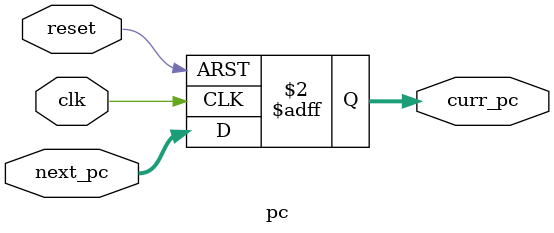
<source format=v>
module pc(
    input clk,
    input reset,
    input [31:0] next_pc,
    output reg [31:0] curr_pc
);

always @(posedge clk or posedge reset) begin
    if (reset)
        curr_pc <= 32'h00000000;
    else
        curr_pc <= next_pc;
end

endmodule

</source>
